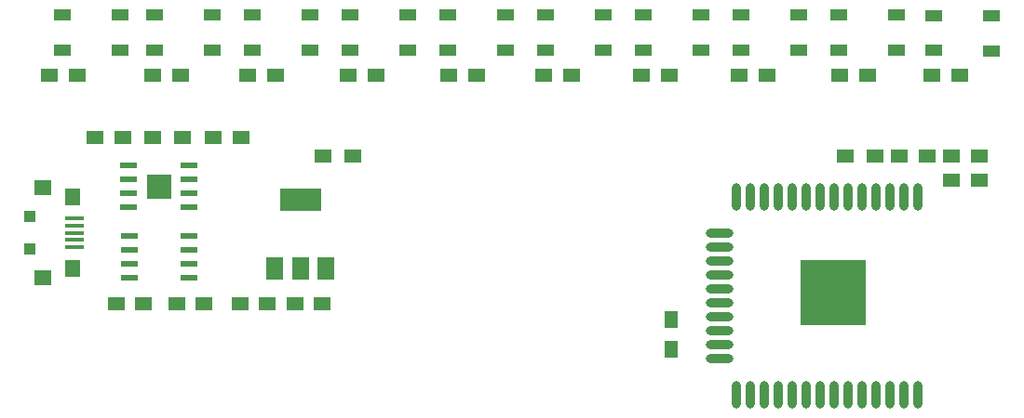
<source format=gbr>
G04 #@! TF.GenerationSoftware,KiCad,Pcbnew,5.0.1*
G04 #@! TF.CreationDate,2019-02-20T00:15:29-06:00*
G04 #@! TF.ProjectId,badge,62616467652E6B696361645F70636200,rev?*
G04 #@! TF.SameCoordinates,Original*
G04 #@! TF.FileFunction,Paste,Top*
G04 #@! TF.FilePolarity,Positive*
%FSLAX46Y46*%
G04 Gerber Fmt 4.6, Leading zero omitted, Abs format (unit mm)*
G04 Created by KiCad (PCBNEW 5.0.1) date Wed 20 Feb 2019 12:15:29 AM CST*
%MOMM*%
%LPD*%
G01*
G04 APERTURE LIST*
%ADD10R,1.550000X0.600000*%
%ADD11R,1.600000X1.000000*%
%ADD12O,0.900000X2.500000*%
%ADD13O,2.500000X0.900000*%
%ADD14R,6.000000X6.000000*%
%ADD15R,1.500000X1.250000*%
%ADD16R,1.500000X1.300000*%
%ADD17R,3.800000X2.000000*%
%ADD18R,1.500000X2.000000*%
%ADD19R,1.300000X1.500000*%
%ADD20R,1.500000X0.600000*%
%ADD21R,2.200000X2.200000*%
%ADD22R,1.400000X1.500000*%
%ADD23R,1.800000X0.400000*%
%ADD24R,1.500000X1.350000*%
%ADD25R,1.000000X1.100000*%
G04 APERTURE END LIST*
D10*
G04 #@! TO.C,U2*
X96406000Y-113915000D03*
X96406000Y-115185000D03*
X96406000Y-116455000D03*
X96406000Y-117725000D03*
X91006000Y-117725000D03*
X91006000Y-116455000D03*
X91006000Y-115185000D03*
X91006000Y-113915000D03*
G04 #@! TD*
D11*
G04 #@! TO.C,0101*
X84920000Y-93828576D03*
X84920000Y-96978576D03*
X90170000Y-93828576D03*
X90170000Y-97028576D03*
G04 #@! TD*
G04 #@! TO.C,0001*
X102215000Y-93825576D03*
X102215000Y-96975576D03*
X107465000Y-93825576D03*
X107465000Y-97025576D03*
G04 #@! TD*
G04 #@! TO.C,0100*
X155555000Y-93825576D03*
X155555000Y-96975576D03*
X160805000Y-93825576D03*
X160805000Y-97025576D03*
G04 #@! TD*
G04 #@! TO.C,1000*
X164145000Y-93853576D03*
X164145000Y-97003576D03*
X169395000Y-93853576D03*
X169395000Y-97053576D03*
G04 #@! TD*
G04 #@! TO.C,1100*
X146665000Y-93825576D03*
X146665000Y-96975576D03*
X151915000Y-93825576D03*
X151915000Y-97025576D03*
G04 #@! TD*
G04 #@! TO.C,0010*
X137775000Y-93825576D03*
X137775000Y-96975576D03*
X143025000Y-93825576D03*
X143025000Y-97025576D03*
G04 #@! TD*
G04 #@! TO.C,1010*
X128885000Y-93825576D03*
X128885000Y-96975576D03*
X134135000Y-93825576D03*
X134135000Y-97025576D03*
G04 #@! TD*
G04 #@! TO.C,0110*
X119995000Y-93825576D03*
X119995000Y-96975576D03*
X125245000Y-93825576D03*
X125245000Y-97025576D03*
G04 #@! TD*
G04 #@! TO.C,1110*
X111105000Y-93825576D03*
X111105000Y-96975576D03*
X116355000Y-93825576D03*
X116355000Y-97025576D03*
G04 #@! TD*
G04 #@! TO.C,1001*
X93325000Y-93825576D03*
X93325000Y-96975576D03*
X98575000Y-93825576D03*
X98575000Y-97025576D03*
G04 #@! TD*
D12*
G04 #@! TO.C,U1*
X162730000Y-128380000D03*
X161460000Y-128380000D03*
X160190000Y-128380000D03*
X158920000Y-128380000D03*
X157650000Y-128380000D03*
X156380000Y-128380000D03*
X155110000Y-128380000D03*
X153840000Y-128380000D03*
X152570000Y-128380000D03*
X151300000Y-128380000D03*
X150030000Y-128380000D03*
X148760000Y-128380000D03*
X147490000Y-128380000D03*
X146220000Y-128380000D03*
D13*
X144730000Y-125095000D03*
X144730000Y-123825000D03*
X144730000Y-122555000D03*
X144730000Y-121285000D03*
X144730000Y-120015000D03*
X144730000Y-118745000D03*
X144730000Y-117475000D03*
X144730000Y-116205000D03*
X144730000Y-114935000D03*
X144730000Y-113665000D03*
D12*
X146220000Y-110380000D03*
X147490000Y-110380000D03*
X148760000Y-110380000D03*
X150030000Y-110380000D03*
X151300000Y-110380000D03*
X152570000Y-110380000D03*
X153840000Y-110380000D03*
X155110000Y-110380000D03*
X156380000Y-110380000D03*
X157650000Y-110380000D03*
X158920000Y-110380000D03*
X160190000Y-110380000D03*
X161460000Y-110380000D03*
X162730000Y-110380000D03*
D14*
X155030000Y-119080000D03*
G04 #@! TD*
D15*
G04 #@! TO.C,C1*
X164034000Y-99301000D03*
X166534000Y-99301000D03*
G04 #@! TD*
G04 #@! TO.C,C2*
X155632000Y-99301000D03*
X158132000Y-99301000D03*
G04 #@! TD*
G04 #@! TO.C,C3*
X146488000Y-99301000D03*
X148988000Y-99301000D03*
G04 #@! TD*
G04 #@! TO.C,C4*
X137618000Y-99301000D03*
X140118000Y-99301000D03*
G04 #@! TD*
G04 #@! TO.C,C5*
X128708000Y-99301000D03*
X131208000Y-99301000D03*
G04 #@! TD*
G04 #@! TO.C,C6*
X120072000Y-99301000D03*
X122572000Y-99301000D03*
G04 #@! TD*
G04 #@! TO.C,C7*
X110928000Y-99301000D03*
X113428000Y-99301000D03*
G04 #@! TD*
G04 #@! TO.C,C8*
X101784000Y-99301000D03*
X104284000Y-99301000D03*
G04 #@! TD*
G04 #@! TO.C,C9*
X93148000Y-99301000D03*
X95648000Y-99301000D03*
G04 #@! TD*
G04 #@! TO.C,C10*
X83770000Y-99301000D03*
X86270000Y-99301000D03*
G04 #@! TD*
G04 #@! TO.C,C11*
X161070000Y-106647000D03*
X163570000Y-106647000D03*
G04 #@! TD*
G04 #@! TO.C,C12*
X165820000Y-106647000D03*
X168320000Y-106647000D03*
G04 #@! TD*
G04 #@! TO.C,C13*
X165820000Y-108839000D03*
X168320000Y-108839000D03*
G04 #@! TD*
D16*
G04 #@! TO.C,R1*
X156120000Y-106647000D03*
X158820000Y-106647000D03*
G04 #@! TD*
D15*
G04 #@! TO.C,C14*
X87920000Y-104997000D03*
X90420000Y-104997000D03*
G04 #@! TD*
G04 #@! TO.C,C15*
X95320000Y-120147000D03*
X97820000Y-120147000D03*
G04 #@! TD*
G04 #@! TO.C,C16*
X108570000Y-120147000D03*
X106070000Y-120147000D03*
G04 #@! TD*
G04 #@! TO.C,C17*
X98670000Y-104997000D03*
X101170000Y-104997000D03*
G04 #@! TD*
G04 #@! TO.C,C18*
X103570000Y-120147000D03*
X101070000Y-120147000D03*
G04 #@! TD*
G04 #@! TO.C,C19*
X89820000Y-120147000D03*
X92320000Y-120147000D03*
G04 #@! TD*
D16*
G04 #@! TO.C,R2*
X93120000Y-104997000D03*
X95820000Y-104997000D03*
G04 #@! TD*
D17*
G04 #@! TO.C,U4*
X106570000Y-110647000D03*
D18*
X106570000Y-116947000D03*
X108870000Y-116947000D03*
X104270000Y-116947000D03*
G04 #@! TD*
D16*
G04 #@! TO.C,R3*
X108620000Y-106647000D03*
X111320000Y-106647000D03*
G04 #@! TD*
D19*
G04 #@! TO.C,R4*
X140320000Y-121597000D03*
X140320000Y-124297000D03*
G04 #@! TD*
D20*
G04 #@! TO.C,U3*
X90960000Y-107497000D03*
X90960000Y-108767000D03*
X90960000Y-110037000D03*
X90960000Y-111307000D03*
X96410000Y-110037000D03*
X96410000Y-111307000D03*
X96410000Y-107497000D03*
X96410000Y-108767000D03*
D21*
X93710000Y-109447000D03*
G04 #@! TD*
D22*
G04 #@! TO.C,J10*
X85820000Y-110407000D03*
X85820000Y-116907000D03*
D23*
X86020000Y-113657000D03*
X86020000Y-113007000D03*
X86020000Y-114307000D03*
X86020000Y-112357000D03*
X86020000Y-114957000D03*
D24*
X83150000Y-109582000D03*
X83150000Y-117732000D03*
D25*
X81970000Y-112157000D03*
X81970000Y-115157000D03*
G04 #@! TD*
M02*

</source>
